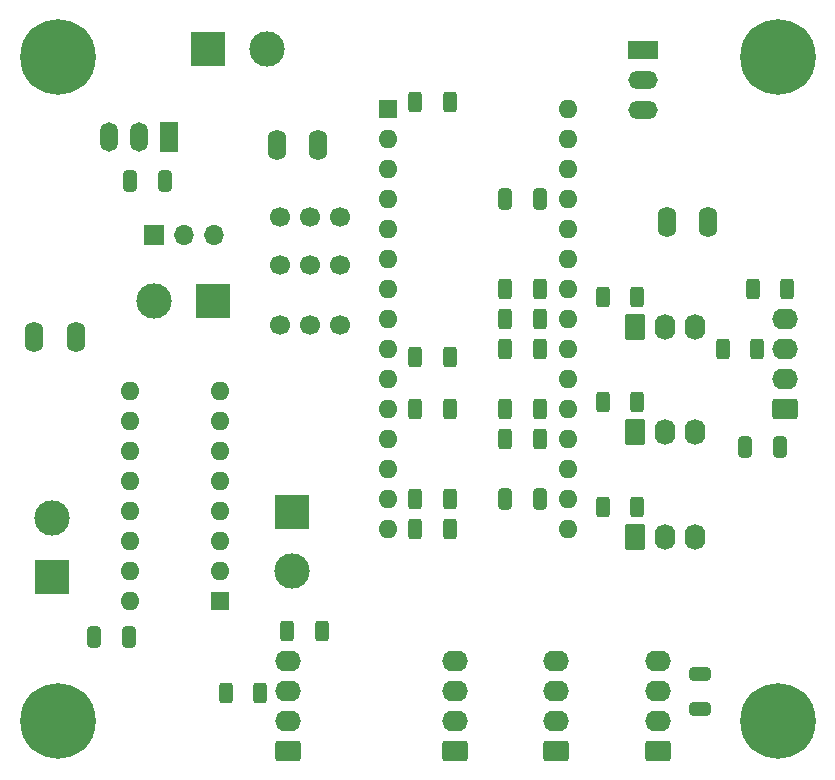
<source format=gbr>
%TF.GenerationSoftware,KiCad,Pcbnew,8.0.7-8.0.7-0~ubuntu22.04.1*%
%TF.CreationDate,2025-01-26T21:06:57+01:00*%
%TF.ProjectId,G431_Expander,47343331-5f45-4787-9061-6e6465722e6b,rev?*%
%TF.SameCoordinates,Original*%
%TF.FileFunction,Soldermask,Bot*%
%TF.FilePolarity,Negative*%
%FSLAX46Y46*%
G04 Gerber Fmt 4.6, Leading zero omitted, Abs format (unit mm)*
G04 Created by KiCad (PCBNEW 8.0.7-8.0.7-0~ubuntu22.04.1) date 2025-01-26 21:06:57*
%MOMM*%
%LPD*%
G01*
G04 APERTURE LIST*
G04 Aperture macros list*
%AMRoundRect*
0 Rectangle with rounded corners*
0 $1 Rounding radius*
0 $2 $3 $4 $5 $6 $7 $8 $9 X,Y pos of 4 corners*
0 Add a 4 corners polygon primitive as box body*
4,1,4,$2,$3,$4,$5,$6,$7,$8,$9,$2,$3,0*
0 Add four circle primitives for the rounded corners*
1,1,$1+$1,$2,$3*
1,1,$1+$1,$4,$5*
1,1,$1+$1,$6,$7*
1,1,$1+$1,$8,$9*
0 Add four rect primitives between the rounded corners*
20,1,$1+$1,$2,$3,$4,$5,0*
20,1,$1+$1,$4,$5,$6,$7,0*
20,1,$1+$1,$6,$7,$8,$9,0*
20,1,$1+$1,$8,$9,$2,$3,0*%
G04 Aperture macros list end*
%ADD10RoundRect,0.250000X0.845000X-0.620000X0.845000X0.620000X-0.845000X0.620000X-0.845000X-0.620000X0*%
%ADD11O,2.190000X1.740000*%
%ADD12R,2.500000X1.500000*%
%ADD13O,2.500000X1.500000*%
%ADD14R,3.000000X3.000000*%
%ADD15C,3.000000*%
%ADD16O,1.600000X2.600000*%
%ADD17R,1.600000X1.600000*%
%ADD18O,1.600000X1.600000*%
%ADD19RoundRect,0.250000X-0.620000X-0.845000X0.620000X-0.845000X0.620000X0.845000X-0.620000X0.845000X0*%
%ADD20O,1.740000X2.190000*%
%ADD21C,6.400000*%
%ADD22C,1.700000*%
%ADD23R,1.500000X2.500000*%
%ADD24O,1.500000X2.500000*%
%ADD25R,1.700000X1.700000*%
%ADD26O,1.700000X1.700000*%
%ADD27RoundRect,0.250000X0.312500X0.625000X-0.312500X0.625000X-0.312500X-0.625000X0.312500X-0.625000X0*%
%ADD28RoundRect,0.250000X0.325000X0.650000X-0.325000X0.650000X-0.325000X-0.650000X0.325000X-0.650000X0*%
%ADD29RoundRect,0.250000X-0.312500X-0.625000X0.312500X-0.625000X0.312500X0.625000X-0.312500X0.625000X0*%
%ADD30RoundRect,0.250000X-0.325000X-0.650000X0.325000X-0.650000X0.325000X0.650000X-0.325000X0.650000X0*%
%ADD31RoundRect,0.250000X-0.650000X0.325000X-0.650000X-0.325000X0.650000X-0.325000X0.650000X0.325000X0*%
G04 APERTURE END LIST*
D10*
%TO.C,J6*%
X149036500Y-110236000D03*
D11*
X149036500Y-107696000D03*
X149036500Y-105156000D03*
X149036500Y-102616000D03*
%TD*%
D10*
%TO.C,J14*%
X180340000Y-110236000D03*
D11*
X180340000Y-107696000D03*
X180340000Y-105156000D03*
X180340000Y-102616000D03*
%TD*%
D12*
%TO.C,U1*%
X179070000Y-50907500D03*
D13*
X179070000Y-53447500D03*
X179070000Y-55987500D03*
%TD*%
D14*
%TO.C,J1*%
X142240000Y-50800000D03*
D15*
X147240000Y-50800000D03*
%TD*%
D16*
%TO.C,C4*%
X131064000Y-75184000D03*
X127564000Y-75184000D03*
%TD*%
D10*
%TO.C,J5*%
X191155000Y-81280000D03*
D11*
X191155000Y-78740000D03*
X191155000Y-76200000D03*
X191155000Y-73660000D03*
%TD*%
D17*
%TO.C,A1*%
X157480000Y-55880000D03*
D18*
X157480000Y-58420000D03*
X157480000Y-60960000D03*
X157480000Y-63500000D03*
X157480000Y-66040000D03*
X157480000Y-68580000D03*
X157480000Y-71120000D03*
X157480000Y-73660000D03*
X157480000Y-76200000D03*
X157480000Y-78740000D03*
X157480000Y-81280000D03*
X157480000Y-83820000D03*
X157480000Y-86360000D03*
X157480000Y-88900000D03*
X157480000Y-91440000D03*
X172720000Y-91440000D03*
X172720000Y-88900000D03*
X172720000Y-86360000D03*
X172720000Y-83820000D03*
X172720000Y-81280000D03*
X172720000Y-78740000D03*
X172720000Y-76200000D03*
X172720000Y-73660000D03*
X172720000Y-71120000D03*
X172720000Y-68580000D03*
X172720000Y-66040000D03*
X172720000Y-63500000D03*
X172720000Y-60960000D03*
X172720000Y-58420000D03*
X172720000Y-55880000D03*
%TD*%
D19*
%TO.C,J4*%
X178435000Y-74315000D03*
D20*
X180975000Y-74315000D03*
X183515000Y-74315000D03*
%TD*%
D21*
%TO.C,H1*%
X129540000Y-51435000D03*
%TD*%
D10*
%TO.C,J13*%
X171704000Y-110236000D03*
D11*
X171704000Y-107696000D03*
X171704000Y-105156000D03*
X171704000Y-102616000D03*
%TD*%
D22*
%TO.C,J10*%
X153416000Y-74168000D03*
X150876000Y-74168000D03*
X148336000Y-74168000D03*
%TD*%
D10*
%TO.C,J12*%
X163175000Y-110236000D03*
D11*
X163175000Y-107696000D03*
X163175000Y-105156000D03*
X163175000Y-102616000D03*
%TD*%
D23*
%TO.C,U2*%
X138957500Y-58261500D03*
D24*
X136417500Y-58261500D03*
X133877500Y-58261500D03*
%TD*%
D19*
%TO.C,J2*%
X178435000Y-92095000D03*
D20*
X180975000Y-92095000D03*
X183515000Y-92095000D03*
%TD*%
D17*
%TO.C,U3*%
X143256000Y-97536000D03*
D18*
X143256000Y-94996000D03*
X143256000Y-92456000D03*
X143256000Y-89916000D03*
X143256000Y-87376000D03*
X143256000Y-84836000D03*
X143256000Y-82296000D03*
X143256000Y-79756000D03*
X135636000Y-79756000D03*
X135636000Y-82296000D03*
X135636000Y-84836000D03*
X135636000Y-87376000D03*
X135636000Y-89916000D03*
X135636000Y-92456000D03*
X135636000Y-94996000D03*
X135636000Y-97536000D03*
%TD*%
D22*
%TO.C,J11*%
X153419500Y-69088000D03*
X150879500Y-69088000D03*
X148339500Y-69088000D03*
%TD*%
D14*
%TO.C,J8*%
X129032000Y-95464000D03*
D15*
X129032000Y-90464000D03*
%TD*%
D25*
%TO.C,JP1*%
X137668000Y-66548000D03*
D26*
X140208000Y-66548000D03*
X142748000Y-66548000D03*
%TD*%
D19*
%TO.C,J3*%
X178435000Y-83185000D03*
D20*
X180975000Y-83185000D03*
X183515000Y-83185000D03*
%TD*%
D21*
%TO.C,H4*%
X190500000Y-107696000D03*
%TD*%
%TO.C,H2*%
X190500000Y-51435000D03*
%TD*%
%TO.C,H3*%
X129540000Y-107696000D03*
%TD*%
D14*
%TO.C,J7*%
X149352000Y-89996000D03*
D15*
X149352000Y-94996000D03*
%TD*%
D16*
%TO.C,C1*%
X148110000Y-58928000D03*
X151610000Y-58928000D03*
%TD*%
%TO.C,C3*%
X181130000Y-65405000D03*
X184630000Y-65405000D03*
%TD*%
D14*
%TO.C,J15*%
X142708000Y-72136000D03*
D15*
X137708000Y-72136000D03*
%TD*%
D22*
%TO.C,J9*%
X153416000Y-65024000D03*
X150876000Y-65024000D03*
X148336000Y-65024000D03*
%TD*%
D27*
%TO.C,R6*%
X170372500Y-71120000D03*
X167447500Y-71120000D03*
%TD*%
D28*
%TO.C,C9*%
X135587000Y-100584000D03*
X132637000Y-100584000D03*
%TD*%
D29*
%TO.C,R17*%
X159827500Y-81280000D03*
X162752500Y-81280000D03*
%TD*%
D27*
%TO.C,R1*%
X178627500Y-89535000D03*
X175702500Y-89535000D03*
%TD*%
D28*
%TO.C,C11*%
X170385000Y-63500000D03*
X167435000Y-63500000D03*
%TD*%
D27*
%TO.C,R3*%
X178627500Y-80645000D03*
X175702500Y-80645000D03*
%TD*%
%TO.C,R4*%
X170372500Y-76200000D03*
X167447500Y-76200000D03*
%TD*%
D30*
%TO.C,C10*%
X187755000Y-84455000D03*
X190705000Y-84455000D03*
%TD*%
D27*
%TO.C,R8*%
X191327500Y-71120000D03*
X188402500Y-71120000D03*
%TD*%
%TO.C,R5*%
X178627500Y-71755000D03*
X175702500Y-71755000D03*
%TD*%
%TO.C,R15*%
X162752500Y-55245000D03*
X159827500Y-55245000D03*
%TD*%
D29*
%TO.C,R13*%
X159827500Y-88900000D03*
X162752500Y-88900000D03*
%TD*%
D27*
%TO.C,R16*%
X162752500Y-76835000D03*
X159827500Y-76835000D03*
%TD*%
%TO.C,R11*%
X170372500Y-81280000D03*
X167447500Y-81280000D03*
%TD*%
%TO.C,R7*%
X188787500Y-76200000D03*
X185862500Y-76200000D03*
%TD*%
D29*
%TO.C,R10*%
X148967000Y-100076000D03*
X151892000Y-100076000D03*
%TD*%
D27*
%TO.C,R9*%
X146689000Y-105271000D03*
X143764000Y-105271000D03*
%TD*%
D29*
%TO.C,R14*%
X159827500Y-91440000D03*
X162752500Y-91440000D03*
%TD*%
D28*
%TO.C,C2*%
X138635000Y-61976000D03*
X135685000Y-61976000D03*
%TD*%
D31*
%TO.C,C8*%
X183896000Y-103681000D03*
X183896000Y-106631000D03*
%TD*%
D27*
%TO.C,R2*%
X170372500Y-83820000D03*
X167447500Y-83820000D03*
%TD*%
%TO.C,R12*%
X170372500Y-73660000D03*
X167447500Y-73660000D03*
%TD*%
D28*
%TO.C,C12*%
X170385000Y-88900000D03*
X167435000Y-88900000D03*
%TD*%
M02*

</source>
